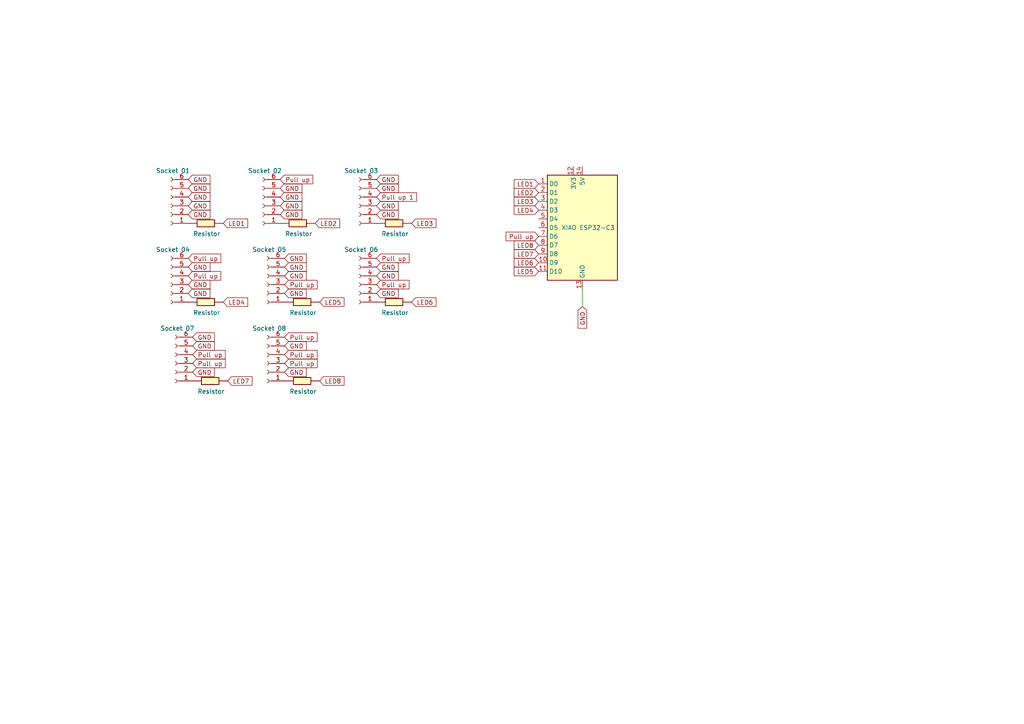
<source format=kicad_sch>
(kicad_sch (version 20250114) (generator "eeschema") (generator_version "9.0")
  (paper "A4")
  (lib_symbols
    (symbol "Connector:Conn_01x06_Socket" (pin_names (offset 1.016) (hide yes))
      (property "Reference" "J" (at 0 7.62 0))
      (property "Value" "Conn_01x06_Socket" (at 0 -10.16 0))
      (symbol "Conn_01x06_Socket_1_1"
        (polyline (pts (xy -1.27 5.08) (xy -0.508 5.08)) (stroke (width 0.1524)))
        (polyline (pts (xy -1.27 2.54) (xy -0.508 2.54)) (stroke (width 0.1524)))
        (polyline (pts (xy -1.27 0) (xy -0.508 0)) (stroke (width 0.1524)))
        (polyline (pts (xy -1.27 -2.54) (xy -0.508 -2.54)) (stroke (width 0.1524)))
        (polyline (pts (xy -1.27 -5.08) (xy -0.508 -5.08)) (stroke (width 0.1524)))
        (polyline (pts (xy -1.27 -7.62) (xy -0.508 -7.62)) (stroke (width 0.1524)))
        (arc (start 0 4.572) (mid -0.5058 5.08) (end 0 5.588) (stroke (width 0.1524)))
        (arc (start 0 2.032) (mid -0.5058 2.54) (end 0 3.048) (stroke (width 0.1524)))
        (arc (start 0 -0.508) (mid -0.5058 0) (end 0 0.508) (stroke (width 0.1524)))
        (arc (start 0 -3.048) (mid -0.5058 -2.54) (end 0 -2.032) (stroke (width 0.1524)))
        (arc (start 0 -5.588) (mid -0.5058 -5.08) (end 0 -4.572) (stroke (width 0.1524)))
        (arc (start 0 -8.128) (mid -0.5058 -7.62) (end 0 -7.112) (stroke (width 0.1524)))
        (pin passive line (at -5.08 5.08 0) (length 3.81) (name "Pin_1") (number "1"))
        (pin passive line (at -5.08 2.54 0) (length 3.81) (name "Pin_2") (number "2"))
        (pin passive line (at -5.08 0 0) (length 3.81) (name "Pin_3") (number "3"))
        (pin passive line (at -5.08 -2.54 0) (length 3.81) (name "Pin_4") (number "4"))
        (pin passive line (at -5.08 -5.08 0) (length 3.81) (name "Pin_5") (number "5"))
        (pin passive line (at -5.08 -7.62 0) (length 3.81) (name "Pin_6") (number "6"))
      )
    )
    (symbol "fab:Module_XIAO_Generic_SocketSMD"
      (property "Reference" "M" (at -10.16 16.51 0))
      (property "Value" "Module_XIAO_Generic_SocketSMD" (at 1.27 16.51 0))
      (symbol "Module_XIAO_Generic_SocketSMD_1_1"
        (rectangle (start -10.16 15.24) (end 10.16 -15.24) (stroke (width 0.254)) (fill (type background)))
        (pin bidirectional line (at -12.7 12.7 0) (length 2.54) (name "D0") (number "1"))
        (pin bidirectional line (at -12.7 10.16 0) (length 2.54) (name "D1") (number "2"))
        (pin bidirectional line (at -12.7 7.62 0) (length 2.54) (name "D2") (number "3"))
        (pin bidirectional line (at -12.7 5.08 0) (length 2.54) (name "D3") (number "4"))
        (pin bidirectional line (at -12.7 2.54 0) (length 2.54) (name "D4") (number "5"))
        (pin bidirectional line (at -12.7 0 0) (length 2.54) (name "D5") (number "6"))
        (pin bidirectional line (at -12.7 -2.54 0) (length 2.54) (name "D6") (number "7"))
        (pin bidirectional line (at -12.7 -5.08 0) (length 2.54) (name "D7") (number "8"))
        (pin bidirectional line (at -12.7 -7.62 0) (length 2.54) (name "D8") (number "9"))
        (pin bidirectional line (at -12.7 -10.16 0) (length 2.54) (name "D9") (number "10"))
        (pin bidirectional line (at -12.7 -12.7 0) (length 2.54) (name "D10") (number "11"))
        (pin power_in line (at -2.54 17.78 270) (length 2.54) (name "3V3") (number "12"))
        (pin power_in line (at 0 17.78 270) (length 2.54) (name "5V") (number "14"))
        (pin power_in line (at 0 -17.78 90) (length 2.54) (name "GND") (number "13"))
      )
    )
    (symbol "fab:R_1206" (pin_numbers (hide yes)) (pin_names (offset 0))
      (property "Reference" "R" (at 2.54 0 90))
      (property "Value" "R_1206" (at -2.54 0 90))
      (symbol "R_1206_0_1"
        (rectangle (start -1.016 -2.54) (end 1.016 2.54) (stroke (width 0.254)) (fill (type background)))
      )
      (symbol "R_1206_1_1"
        (pin passive line (at 0 5.08 270) (length 2.54) (name "~") (number "1"))
        (pin passive line (at 0 -5.08 90) (length 2.54) (name "~") (number "2"))
      )
    )
  )
  (wire (pts (xy 168.91 83.82) (xy 168.91 88.9)))
  (global_label "Pull up" (shape input) (at 82.55 82.55 0) (property "Intersheetrefs" "${INTERSHEET_REFS}" (effects (hide yes))))
  (global_label "LED5" (shape input) (at 92.71 87.63 0) (property "Intersheetrefs" "${INTERSHEET_REFS}" (effects (hide yes))))
  (global_label "GND" (shape input) (at 55.88 100.33 0) (property "Intersheetrefs" "${INTERSHEET_REFS}" (effects (hide yes))))
  (global_label "GND" (shape input) (at 82.55 77.47 0) (property "Intersheetrefs" "${INTERSHEET_REFS}" (effects (hide yes))))
  (global_label "LED2" (shape input) (at 91.44 64.77 0) (property "Intersheetrefs" "${INTERSHEET_REFS}" (effects (hide yes))))
  (global_label "GND" (shape input) (at 82.55 85.09 0) (property "Intersheetrefs" "${INTERSHEET_REFS}" (effects (hide yes))))
  (global_label "GND" (shape input) (at 55.88 107.95 0) (property "Intersheetrefs" "${INTERSHEET_REFS}" (effects (hide yes))))
  (global_label "Pull up" (shape input) (at 82.55 105.41 0) (property "Intersheetrefs" "${INTERSHEET_REFS}" (effects (hide yes))))
  (global_label "LED7" (shape input) (at 66.04 110.49 0) (property "Intersheetrefs" "${INTERSHEET_REFS}" (effects (hide yes))))
  (global_label "GND" (shape input) (at 81.28 54.61 0) (property "Intersheetrefs" "${INTERSHEET_REFS}" (effects (hide yes))))
  (global_label "LED3" (shape input) (at 119.38 64.77 0) (property "Intersheetrefs" "${INTERSHEET_REFS}" (effects (hide yes))))
  (global_label "Pull up" (shape input) (at 109.22 82.55 0) (property "Intersheetrefs" "${INTERSHEET_REFS}" (effects (hide yes))))
  (global_label "LED7" (shape input) (at 156.21 73.66 180) (property "Intersheetrefs" "${INTERSHEET_REFS}" (effects (hide yes))))
  (global_label "LED1" (shape input) (at 156.21 53.34 180) (property "Intersheetrefs" "${INTERSHEET_REFS}" (effects (hide yes))))
  (global_label "GND" (shape input) (at 54.61 59.69 0) (property "Intersheetrefs" "${INTERSHEET_REFS}" (effects (hide yes))))
  (global_label "GND" (shape input) (at 82.55 80.01 0) (property "Intersheetrefs" "${INTERSHEET_REFS}" (effects (hide yes))))
  (global_label "Pull up" (shape input) (at 82.55 102.87 0) (property "Intersheetrefs" "${INTERSHEET_REFS}" (effects (hide yes))))
  (global_label "Pull up" (shape input) (at 54.61 74.93 0) (property "Intersheetrefs" "${INTERSHEET_REFS}" (effects (hide yes))))
  (global_label "Pull up" (shape input) (at 81.28 52.07 0) (property "Intersheetrefs" "${INTERSHEET_REFS}" (effects (hide yes))))
  (global_label "Pull up" (shape input) (at 156.21 68.58 180) (property "Intersheetrefs" "${INTERSHEET_REFS}" (effects (hide yes))))
  (global_label "GND" (shape input) (at 54.61 52.07 0) (property "Intersheetrefs" "${INTERSHEET_REFS}" (effects (hide yes))))
  (global_label "GND" (shape input) (at 109.22 59.69 0) (property "Intersheetrefs" "${INTERSHEET_REFS}" (effects (hide yes))))
  (global_label "Pull up" (shape input) (at 109.22 74.93 0) (property "Intersheetrefs" "${INTERSHEET_REFS}" (effects (hide yes))))
  (global_label "GND" (shape input) (at 81.28 59.69 0) (property "Intersheetrefs" "${INTERSHEET_REFS}" (effects (hide yes))))
  (global_label "Pull up" (shape input) (at 54.61 80.01 0) (property "Intersheetrefs" "${INTERSHEET_REFS}" (effects (hide yes))))
  (global_label "GND" (shape input) (at 81.28 62.23 0) (property "Intersheetrefs" "${INTERSHEET_REFS}" (effects (hide yes))))
  (global_label "GND" (shape input) (at 54.61 85.09 0) (property "Intersheetrefs" "${INTERSHEET_REFS}" (effects (hide yes))))
  (global_label "Pull up 1" (shape input) (at 109.22 57.15 0) (property "Intersheetrefs" "${INTERSHEET_REFS}" (effects (hide yes))))
  (global_label "GND" (shape input) (at 54.61 82.55 0) (property "Intersheetrefs" "${INTERSHEET_REFS}" (effects (hide yes))))
  (global_label "GND" (shape input) (at 109.22 54.61 0) (property "Intersheetrefs" "${INTERSHEET_REFS}" (effects (hide yes))))
  (global_label "Pull up" (shape input) (at 55.88 105.41 0) (property "Intersheetrefs" "${INTERSHEET_REFS}" (effects (hide yes))))
  (global_label "LED6" (shape input) (at 119.38 87.63 0) (property "Intersheetrefs" "${INTERSHEET_REFS}" (effects (hide yes))))
  (global_label "GND" (shape input) (at 109.22 52.07 0) (property "Intersheetrefs" "${INTERSHEET_REFS}" (effects (hide yes))))
  (global_label "LED4" (shape input) (at 156.21 60.96 180) (property "Intersheetrefs" "${INTERSHEET_REFS}" (effects (hide yes))))
  (global_label "LED6" (shape input) (at 156.21 76.2 180) (property "Intersheetrefs" "${INTERSHEET_REFS}" (effects (hide yes))))
  (global_label "Pull up" (shape input) (at 55.88 102.87 0) (property "Intersheetrefs" "${INTERSHEET_REFS}" (effects (hide yes))))
  (global_label "GND" (shape input) (at 109.22 80.01 0) (property "Intersheetrefs" "${INTERSHEET_REFS}" (effects (hide yes))))
  (global_label "GND" (shape input) (at 54.61 77.47 0) (property "Intersheetrefs" "${INTERSHEET_REFS}" (effects (hide yes))))
  (global_label "GND" (shape input) (at 81.28 57.15 0) (property "Intersheetrefs" "${INTERSHEET_REFS}" (effects (hide yes))))
  (global_label "GND" (shape input) (at 109.22 85.09 0) (property "Intersheetrefs" "${INTERSHEET_REFS}" (effects (hide yes))))
  (global_label "LED5" (shape input) (at 156.21 78.74 180) (property "Intersheetrefs" "${INTERSHEET_REFS}" (effects (hide yes))))
  (global_label "GND" (shape input) (at 109.22 62.23 0) (property "Intersheetrefs" "${INTERSHEET_REFS}" (effects (hide yes))))
  (global_label "GND" (shape input) (at 55.88 97.79 0) (property "Intersheetrefs" "${INTERSHEET_REFS}" (effects (hide yes))))
  (global_label "LED8" (shape input) (at 156.21 71.12 180) (property "Intersheetrefs" "${INTERSHEET_REFS}" (effects (hide yes))))
  (global_label "GND" (shape input) (at 109.22 77.47 0) (property "Intersheetrefs" "${INTERSHEET_REFS}" (effects (hide yes))))
  (global_label "GND" (shape input) (at 82.55 107.95 0) (property "Intersheetrefs" "${INTERSHEET_REFS}" (effects (hide yes))))
  (global_label "LED1" (shape input) (at 64.77 64.77 0) (property "Intersheetrefs" "${INTERSHEET_REFS}" (effects (hide yes))))
  (global_label "LED3" (shape input) (at 156.21 58.42 180) (property "Intersheetrefs" "${INTERSHEET_REFS}" (effects (hide yes))))
  (global_label "GND" (shape input) (at 82.55 74.93 0) (property "Intersheetrefs" "${INTERSHEET_REFS}" (effects (hide yes))))
  (global_label "GND" (shape input) (at 82.55 100.33 0) (property "Intersheetrefs" "${INTERSHEET_REFS}" (effects (hide yes))))
  (global_label "GND" (shape input) (at 54.61 57.15 0) (property "Intersheetrefs" "${INTERSHEET_REFS}" (effects (hide yes))))
  (global_label "GND" (shape input) (at 168.91 88.9 270) (property "Intersheetrefs" "${INTERSHEET_REFS}" (effects (hide yes))))
  (global_label "GND" (shape input) (at 54.61 62.23 0) (property "Intersheetrefs" "${INTERSHEET_REFS}" (effects (hide yes))))
  (global_label "GND" (shape input) (at 54.61 54.61 0) (property "Intersheetrefs" "${INTERSHEET_REFS}" (effects (hide yes))))
  (global_label "Pull up" (shape input) (at 82.55 97.79 0) (property "Intersheetrefs" "${INTERSHEET_REFS}" (effects (hide yes))))
  (global_label "LED8" (shape input) (at 92.71 110.49 0) (property "Intersheetrefs" "${INTERSHEET_REFS}" (effects (hide yes))))
  (global_label "LED4" (shape input) (at 64.77 87.63 0) (property "Intersheetrefs" "${INTERSHEET_REFS}" (effects (hide yes))))
  (global_label "LED2" (shape input) (at 156.21 55.88 180) (property "Intersheetrefs" "${INTERSHEET_REFS}" (effects (hide yes))))
  (symbol (lib_id "Connector:Conn_01x06_Socket") (at 50.8 105.41 180) (unit 1)
    (property "Reference" "J7" (effects (hide yes)))
    (property "Value" "Socket 07" (at 51.435 95.25 0))
    (property "Footprint" "Connector_PinSocket_2.54mm:PinSocket_1x06_P2.54mm_Vertical" (effects (hide yes)))
    (property "Description" "Generic connector, single row, 01x06, script generated" (effects (hide yes)))
  )
  (symbol (lib_id "fab:R_1206") (at 86.36 64.77 90) (unit 1)
    (property "Reference" "R7" (effects (hide yes)))
    (property "Value" "Resistor" (at 86.614 67.818 90))
    (property "Footprint" "fab:R_1206" (effects (hide yes)))
    (property "Description" "Resistor" (effects (hide yes)))
  )
  (symbol (lib_id "fab:R_1206") (at 87.63 110.49 90) (unit 1)
    (property "Reference" "R12" (effects (hide yes)))
    (property "Value" "Resistor" (at 87.884 113.538 90))
    (property "Footprint" "fab:R_1206" (effects (hide yes)))
    (property "Description" "Resistor" (effects (hide yes)))
  )
  (symbol (lib_id "Connector:Conn_01x06_Socket") (at 77.47 82.55 180) (unit 1)
    (property "Reference" "J5" (effects (hide yes)))
    (property "Value" "Socket 05" (at 78.105 72.39 0))
    (property "Footprint" "Connector_PinSocket_2.54mm:PinSocket_1x06_P2.54mm_Vertical" (effects (hide yes)))
    (property "Description" "Generic connector, single row, 01x06, script generated" (effects (hide yes)))
  )
  (symbol (lib_id "fab:R_1206") (at 87.63 87.63 90) (unit 1)
    (property "Reference" "R9" (effects (hide yes)))
    (property "Value" "Resistor" (at 87.884 90.678 90))
    (property "Footprint" "fab:R_1206" (effects (hide yes)))
    (property "Description" "Resistor" (effects (hide yes)))
  )
  (symbol (lib_id "fab:Module_XIAO_Generic_SocketSMD") (at 168.91 66.04 0) (unit 1)
    (property "Reference" "M1" (effects (hide yes)))
    (property "Value" "XIAO ESP32-C3" (at 162.814 66.04 0) (effects (justify left)))
    (property "Footprint" "fab:Module_XIAO_Generic_SocketSMD" (effects (hide yes)))
    (property "Datasheet" "https://wiki.seeedstudio.com/xiao_topic_page/" (effects (hide yes)))
    (property "Description" "The Seeed Studio XIAO series, named after the Chinese word for \"small,\" comprises tiny development boards based on various hardware platforms of ESP32, SAMD21, RP2040, nRF52840, RP2350 and RA4M1, MG24" (effects (hide yes)))
  )
  (symbol (lib_id "Connector:Conn_01x06_Socket") (at 49.53 82.55 180) (unit 1)
    (property "Reference" "J6" (effects (hide yes)))
    (property "Value" "Socket 04" (at 50.165 72.39 0))
    (property "Footprint" "Connector_PinSocket_2.54mm:PinSocket_1x06_P2.54mm_Vertical" (effects (hide yes)))
    (property "Description" "Generic connector, single row, 01x06, script generated" (effects (hide yes)))
  )
  (symbol (lib_id "fab:R_1206") (at 114.3 64.77 90) (unit 1)
    (property "Reference" "R2" (effects (hide yes)))
    (property "Value" "Resistor" (at 114.554 67.818 90))
    (property "Footprint" "fab:R_1206" (effects (hide yes)))
    (property "Description" "Resistor" (effects (hide yes)))
  )
  (symbol (lib_id "fab:R_1206") (at 59.69 64.77 90) (unit 1)
    (property "Reference" "R8" (effects (hide yes)))
    (property "Value" "Resistor" (at 59.944 67.818 90))
    (property "Footprint" "fab:R_1206" (effects (hide yes)))
    (property "Description" "Resistor" (effects (hide yes)))
  )
  (symbol (lib_id "Connector:Conn_01x06_Socket") (at 76.2 59.69 180) (unit 1)
    (property "Reference" "J1" (effects (hide yes)))
    (property "Value" "Socket 02" (at 76.835 49.53 0))
    (property "Footprint" "Connector_PinSocket_2.54mm:PinSocket_1x06_P2.54mm_Vertical" (effects (hide yes)))
    (property "Description" "Generic connector, single row, 01x06, script generated" (effects (hide yes)))
  )
  (symbol (lib_id "Connector:Conn_01x06_Socket") (at 77.47 105.41 180) (unit 1)
    (property "Reference" "J8" (effects (hide yes)))
    (property "Value" "Socket 08" (at 78.105 95.25 0))
    (property "Footprint" "Connector_PinSocket_2.54mm:PinSocket_1x06_P2.54mm_Vertical" (effects (hide yes)))
    (property "Description" "Generic connector, single row, 01x06, script generated" (effects (hide yes)))
  )
  (symbol (lib_id "Connector:Conn_01x06_Socket") (at 104.14 82.55 180) (unit 1)
    (property "Reference" "J4" (effects (hide yes)))
    (property "Value" "Socket 06" (at 104.775 72.39 0))
    (property "Footprint" "Connector_PinSocket_2.54mm:PinSocket_1x06_P2.54mm_Vertical" (effects (hide yes)))
    (property "Description" "Generic connector, single row, 01x06, script generated" (effects (hide yes)))
  )
  (symbol (lib_id "Connector:Conn_01x06_Socket") (at 49.53 59.69 180) (unit 1)
    (property "Reference" "J3" (effects (hide yes)))
    (property "Value" "Socket 01" (at 50.165 49.53 0))
    (property "Footprint" "Connector_PinSocket_2.54mm:PinSocket_1x06_P2.54mm_Vertical" (effects (hide yes)))
    (property "Description" "Generic connector, single row, 01x06, script generated" (effects (hide yes)))
  )
  (symbol (lib_id "Connector:Conn_01x06_Socket") (at 104.14 59.69 180) (unit 1)
    (property "Reference" "J2" (effects (hide yes)))
    (property "Value" "Socket 03" (at 104.775 49.53 0))
    (property "Footprint" "Connector_PinSocket_2.54mm:PinSocket_1x06_P2.54mm_Vertical" (effects (hide yes)))
    (property "Description" "Generic connector, single row, 01x06, script generated" (effects (hide yes)))
  )
  (symbol (lib_id "fab:R_1206") (at 59.69 87.63 90) (unit 1)
    (property "Reference" "R1" (effects (hide yes)))
    (property "Value" "Resistor" (at 59.944 90.678 90))
    (property "Footprint" "fab:R_1206" (effects (hide yes)))
    (property "Description" "Resistor" (effects (hide yes)))
  )
  (symbol (lib_id "fab:R_1206") (at 60.96 110.49 90) (unit 1)
    (property "Reference" "R11" (effects (hide yes)))
    (property "Value" "Resistor" (at 61.214 113.538 90))
    (property "Footprint" "fab:R_1206" (effects (hide yes)))
    (property "Description" "Resistor" (effects (hide yes)))
  )
  (symbol (lib_id "fab:R_1206") (at 114.3 87.63 90) (unit 1)
    (property "Reference" "R10" (effects (hide yes)))
    (property "Value" "Resistor" (at 114.554 90.678 90))
    (property "Footprint" "fab:R_1206" (effects (hide yes)))
    (property "Description" "Resistor" (effects (hide yes)))
  )
)
</source>
